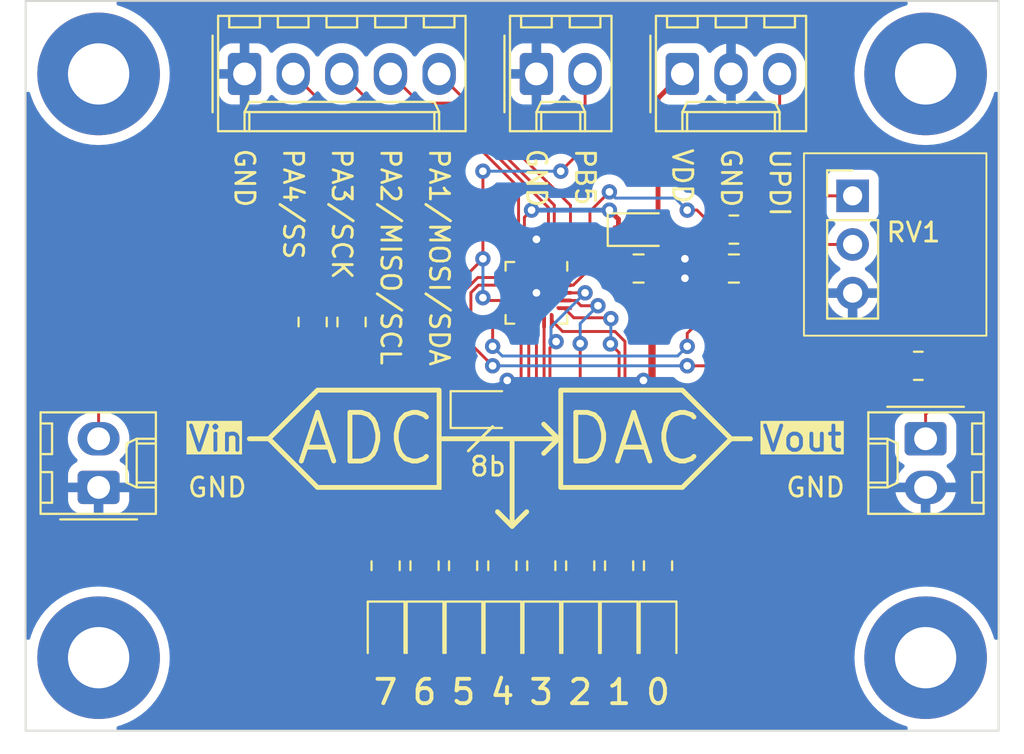
<source format=kicad_pcb>
(kicad_pcb (version 20221018) (generator pcbnew)
  (layers (0 "F.Cu" signal) (31 "B.Cu" signal) (34 "B.Paste" user) (35 "F.Paste" user) (36 "B.SilkS" user "B.Silkscreen") (37 "F.SilkS" user "F.Silkscreen") (38 "B.Mask" user) (39 "F.Mask" user) (44 "Edge.Cuts" user))
  (net 0 "")
  (net 1 "/PA7")
  (net 2 "/PB5")
  (net 3 "/PB4")
  (net 4 "/PB3")
  (net 5 "/PB2")
  (net 6 "/PB1")
  (net 7 "/PB0")
  (net 8 "/PC0")
  (net 9 "/PC1")
  (net 10 "/PC2")
  (net 11 "/PC3")
  (net 12 "+5V")
  (net 13 "GND")
  (net 14 "Net-(D10-A)")
  (net 15 "/~{RESET}")
  (net 16 "/PA4{slash}SS")
  (net 17 "/PA5{slash}AIN5")
  (net 18 "/PA6{slash}OUT")
  (net 19 "/PA1{slash}MOSI{slash}SDA")
  (net 20 "/PA2{slash}MISO{slash}SCL")
  (net 21 "/PA3{slash}SCK")
  (net 22 "/UPDI")
  (net 23 "Net-(D0-K)")
  (net 24 "Net-(D1-K)")
  (net 25 "Net-(D2-K)")
  (net 26 "Net-(D3-K)")
  (net 27 "Net-(D4-K)")
  (net 28 "Net-(D5-K)")
  (net 29 "Net-(D6-K)")
  (net 30 "Net-(D7-K)")
  (net 31 "Net-(J1-Pin_2)")
  (net 32 "Net-(J2-Pin_1)")
  (net 33 "Net-(D8-K)")
  (footprint "Connector_Molex:Molex_KK-254_AE-6410-02A_1x02_P2.54mm_Vertical" (layer "F.Cu") (at 92.71 63.5 90)
    (fp_text reference "J1" hide)
    (fp_text value "AIN" hide)
    (pad "1" thru_hole roundrect locked (at 0 0 90) (size 1.74 2.19) (drill 1.19) (layers "*.Cu" "*.Mask") (roundrect_rratio 0.1436781609) (net 13 "GND"))
    (pad "2" thru_hole oval locked (at 2.54 0 90) (size 1.74 2.19) (drill 1.19) (layers "*.Cu" "*.Mask") (net 31 "Net-(J1-Pin_2)"))
  )
  (footprint "Resistor_SMD:R_0805_2012Metric" (layer "F.Cu") (at 105.918 54.864 -90)
    (fp_text reference "R11" hide)
    (fp_text value "220")
    (pad "1" smd roundrect (at -0.9125 0 270) (size 1.025 1.4) (layers "F.Cu" "F.Paste" "F.Mask") (roundrect_rratio 0.243902439) (net 2 "/PB5"))
    (pad "2" smd roundrect (at 0.9125 0 270) (size 1.025 1.4) (layers "F.Cu" "F.Paste" "F.Mask") (roundrect_rratio 0.243902439) (net 33 "Net-(D8-K)"))
  )
  (footprint "MountingHole:MountingHole_3.2mm_M3_Pad" (layer "F.Cu") (at 135.89 72.39)
    (fp_text reference "H3" hide)
    (fp_text value "MountingHole")
    (pad "1" thru_hole circle locked (at 0 0) (size 6.4 6.4) (drill 3.2) (layers "*.Cu" "*.Mask"))
  )
  (footprint "Diode_SMD:D_0805_2012Metric" (layer "F.Cu") (at 112.776 59.436)
    (fp_text reference "D8" hide)
    (fp_text value "LED")
    (pad "1" smd roundrect (at -0.9375 0) (size 0.975 1.4) (layers "F.Cu" "F.Paste" "F.Mask") (net 33 "Net-(D8-K)"))
    (pad "2" smd roundrect (at 0.9375 0) (size 0.975 1.4) (layers "F.Cu" "F.Paste" "F.Mask") (net 12 "+5V"))
  )
  (footprint "Diode_SMD:D_0805_2012Metric" (layer "F.Cu") (at 113.819 71.146 -90)
    (fp_text reference "D4" hide)
    (fp_text value "LED")
    (pad "1" smd roundrect (at -0.9375 0 270) (size 0.975 1.4) (layers "F.Cu" "F.Paste" "F.Mask") (net 27 "Net-(D4-K)"))
    (pad "2" smd roundrect (at 0.9375 0 270) (size 0.975 1.4) (layers "F.Cu" "F.Paste" "F.Mask") (net 12 "+5V"))
  )
  (footprint "Connector_PinHeader_2.54mm:PinHeader_1x03_P2.54mm_Vertical" (layer "F.Cu") (at 132.08 48.275)
    (fp_text reference "RV1" (at 3.175 1.905) (layer "F.SilkS"))
    (fp_text value "FS")
    (pad "1" thru_hole rect (at 0 0) (size 1.7 1.7) (drill 1) (layers "*.Cu" "*.Mask") (net 12 "+5V"))
    (pad "2" thru_hole oval (at 0 2.54) (size 1.7 1.7) (drill 1) (layers "*.Cu" "*.Mask") (net 3 "/PB4"))
    (pad "3" thru_hole oval (at 0 5.08) (size 1.7 1.7) (drill 1) (layers "*.Cu" "*.Mask") (net 13 "GND"))
  )
  (footprint "Resistor_SMD:R_0805_2012Metric" (layer "F.Cu") (at 119.888 67.59 -90)
    (fp_text reference "R1" hide)
    (fp_text value "220")
    (pad "1" smd roundrect (at -0.9125 0 270) (size 1.025 1.4) (layers "F.Cu" "F.Paste" "F.Mask") (roundrect_rratio 0.243902439) (net 9 "/PC1"))
    (pad "2" smd roundrect (at 0.9125 0 270) (size 1.025 1.4) (layers "F.Cu" "F.Paste" "F.Mask") (roundrect_rratio 0.243902439) (net 24 "Net-(D1-K)"))
  )
  (footprint "Diode_SMD:D_0805_2012Metric" (layer "F.Cu") (at 111.787 71.146 -90)
    (fp_text reference "D5" hide)
    (fp_text value "LED")
    (pad "1" smd roundrect (at -0.9375 0 270) (size 0.975 1.4) (layers "F.Cu" "F.Paste" "F.Mask") (net 28 "Net-(D5-K)"))
    (pad "2" smd roundrect (at 0.9375 0 270) (size 0.975 1.4) (layers "F.Cu" "F.Paste" "F.Mask") (net 12 "+5V"))
  )
  (footprint "Connector_Molex:Molex_KK-254_AE-6410-02A_1x02_P2.54mm_Vertical" (layer "F.Cu") (at 115.57 41.91)
    (fp_text reference "J3")
    (fp_text value "PB5")
    (pad "1" thru_hole roundrect locked (at 0 0) (size 1.74 2.19) (drill 1.19) (layers "*.Cu" "*.Mask") (roundrect_rratio 0.1436781609) (net 13 "GND"))
    (pad "2" thru_hole oval locked (at 2.54 0) (size 1.74 2.19) (drill 1.19) (layers "*.Cu" "*.Mask") (net 2 "/PB5"))
  )
  (footprint "Resistor_SMD:R_0805_2012Metric" (layer "F.Cu") (at 115.824 67.59 -90)
    (fp_text reference "R3" hide)
    (fp_text value "220")
    (pad "1" smd roundrect (at -0.9125 0 270) (size 1.025 1.4) (layers "F.Cu" "F.Paste" "F.Mask") (roundrect_rratio 0.243902439) (net 11 "/PC3"))
    (pad "2" smd roundrect (at 0.9125 0 270) (size 1.025 1.4) (layers "F.Cu" "F.Paste" "F.Mask") (roundrect_rratio 0.243902439) (net 26 "Net-(D3-K)"))
  )
  (footprint "Resistor_SMD:R_0805_2012Metric" (layer "F.Cu") (at 121.92 67.59 -90)
    (fp_text reference "R0" hide)
    (fp_text value "220")
    (pad "1" smd roundrect (at -0.9125 0 270) (size 1.025 1.4) (layers "F.Cu" "F.Paste" "F.Mask") (roundrect_rratio 0.243902439) (net 8 "/PC0"))
    (pad "2" smd roundrect (at 0.9125 0 270) (size 1.025 1.4) (layers "F.Cu" "F.Paste" "F.Mask") (roundrect_rratio 0.243902439) (net 23 "Net-(D0-K)"))
  )
  (footprint "Connector_Molex:Molex_KK-254_AE-6410-02A_1x02_P2.54mm_Vertical" (layer "F.Cu") (at 135.89 60.96 -90)
    (fp_text reference "J2" hide)
    (fp_text value "AOUT" hide)
    (pad "1" thru_hole roundrect locked (at 0 0 270) (size 1.74 2.19) (drill 1.19) (layers "*.Cu" "*.Mask") (roundrect_rratio 0.1436781609) (net 32 "Net-(J2-Pin_1)"))
    (pad "2" thru_hole oval locked (at 2.54 0 270) (size 1.74 2.19) (drill 1.19) (layers "*.Cu" "*.Mask") (net 13 "GND"))
  )
  (footprint "Resistor_SMD:R_0805_2012Metric" (layer "F.Cu") (at 117.856 67.59 -90)
    (fp_text reference "R2" hide)
    (fp_text value "220")
    (pad "1" smd roundrect (at -0.9125 0 270) (size 1.025 1.4) (layers "F.Cu" "F.Paste" "F.Mask") (roundrect_rratio 0.243902439) (net 10 "/PC2"))
    (pad "2" smd roundrect (at 0.9125 0 270) (size 1.025 1.4) (layers "F.Cu" "F.Paste" "F.Mask") (roundrect_rratio 0.243902439) (net 25 "Net-(D2-K)"))
  )
  (footprint "Diode_SMD:D_0805_2012Metric" (layer "F.Cu") (at 117.883 71.146 -90)
    (fp_text reference "D2" hide)
    (fp_text value "LED")
    (pad "1" smd roundrect (at -0.9375 0 270) (size 0.975 1.4) (layers "F.Cu" "F.Paste" "F.Mask") (net 25 "Net-(D2-K)"))
    (pad "2" smd roundrect (at 0.9375 0 270) (size 0.975 1.4) (layers "F.Cu" "F.Paste" "F.Mask") (net 12 "+5V"))
  )
  (footprint "Resistor_SMD:R_0805_2012Metric" (layer "F.Cu") (at 107.696 67.59 -90)
    (fp_text reference "R7" hide)
    (fp_text value "220")
    (pad "1" smd roundrect (at -0.9125 0 270) (size 1.025 1.4) (layers "F.Cu" "F.Paste" "F.Mask") (roundrect_rratio 0.243902439) (net 4 "/PB3"))
    (pad "2" smd roundrect (at 0.9125 0 270) (size 1.025 1.4) (layers "F.Cu" "F.Paste" "F.Mask") (roundrect_rratio 0.243902439) (net 30 "Net-(D7-K)"))
  )
  (footprint "Resistor_SMD:R_0805_2012Metric" (layer "F.Cu") (at 125.8805 50.038)
    (fp_text reference "R8" hide)
    (fp_text value "220")
    (pad "1" smd roundrect (at -0.9125 0) (size 1.025 1.4) (layers "F.Cu" "F.Paste" "F.Mask") (roundrect_rratio 0.243902439) (net 15 "/~{RESET}"))
    (pad "2" smd roundrect (at 0.9125 0) (size 1.025 1.4) (layers "F.Cu" "F.Paste" "F.Mask") (roundrect_rratio 0.243902439) (net 22 "/UPDI"))
  )
  (footprint "Diode_SMD:D_0805_2012Metric" (layer "F.Cu") (at 119.888 71.146 -90)
    (fp_text reference "D1" hide)
    (fp_text value "LED")
    (pad "1" smd roundrect (at -0.9375 0 270) (size 0.975 1.4) (layers "F.Cu" "F.Paste" "F.Mask") (net 24 "Net-(D1-K)"))
    (pad "2" smd roundrect (at 0.9375 0 270) (size 0.975 1.4) (layers "F.Cu" "F.Paste" "F.Mask") (net 12 "+5V"))
  )
  (footprint "Package_DFN_QFN:VQFN-20-1EP_3x3mm_P0.4mm_EP1.7x1.7mm" (layer "F.Cu") (at 115.57 53.34 -90)
    (fp_text reference "U2" hide)
    (fp_text value "ATtiny1616-M")
    (pad "1" smd custom (at -1.45 -0.8 270) (size 0.143431 0.143431) (layers "F.Cu" "F.Paste" "F.Mask") (net 20 "/PA2{slash}MISO{slash}SCL") (options (clearance outline) (anchor circle)) (primitives (gr_poly (pts (xy 0.35 0.000711) (xy 0.35 0.05) (xy -0.35 0.05) (xy -0.35 -0.05) (xy 0.299289 -0.05)) (width 0.1) (fill yes))))
    (pad "2" smd roundrect (at -1.45 -0.4 270) (size 0.8 0.2) (layers "F.Cu" "F.Paste" "F.Mask") (net 21 "/PA3{slash}SCK"))
    (pad "3" smd roundrect (at -1.45 0 270) (size 0.8 0.2) (layers "F.Cu" "F.Paste" "F.Mask") (net 13 "GND"))
    (pad "4" smd roundrect (at -1.45 0.4 270) (size 0.8 0.2) (layers "F.Cu" "F.Paste" "F.Mask") (net 12 "+5V"))
    (pad "5" smd custom (at -1.45 0.8 270) (size 0.143431 0.143431) (layers "F.Cu" "F.Paste" "F.Mask") (net 16 "/PA4{slash}SS") (options (clearance outline) (anchor circle)) (primitives (gr_poly (pts (xy 0.35 -0.000711) (xy 0.299289 0.05) (xy -0.35 0.05) (xy -0.35 -0.05) (xy 0.35 -0.05)) (width 0.1) (fill yes))))
    (pad "6" smd custom (at -0.8 1.45 270) (size 0.143431 0.143431) (layers "F.Cu" "F.Paste" "F.Mask") (net 17 "/PA5{slash}AIN5") (options (clearance outline) (anchor circle)) (primitives (gr_poly (pts (xy 0.05 0.35) (xy -0.05 0.35) (xy -0.05 -0.299289) (xy 0.000711 -0.35) (xy 0.05 -0.35)) (width 0.1) (fill yes))))
    (pad "7" smd roundrect (at -0.4 1.45 270) (size 0.2 0.8) (layers "F.Cu" "F.Paste" "F.Mask") (net 18 "/PA6{slash}OUT"))
    (pad "8" smd roundrect (at 0 1.45 270) (size 0.2 0.8) (layers "F.Cu" "F.Paste" "F.Mask") (net 1 "/PA7"))
    (pad "9" smd roundrect (at 0.4 1.45 270) (size 0.2 0.8) (layers "F.Cu" "F.Paste" "F.Mask") (net 2 "/PB5"))
    (pad "10" smd custom (at 0.8 1.45 270) (size 0.143431 0.143431) (layers "F.Cu" "F.Paste" "F.Mask") (net 3 "/PB4") (options (clearance outline) (anchor circle)) (primitives (gr_poly (pts (xy 0.05 -0.299289) (xy 0.05 0.35) (xy -0.05 0.35) (xy -0.05 -0.35) (xy -0.000711 -0.35)) (width 0.1) (fill yes))))
    (pad "11" smd custom (at 1.45 0.8 270) (size 0.143431 0.143431) (layers "F.Cu" "F.Paste" "F.Mask") (net 4 "/PB3") (options (clearance outline) (anchor circle)) (primitives (gr_poly (pts (xy 0.35 0.05) (xy -0.299289 0.05) (xy -0.35 -0.000711) (xy -0.35 -0.05) (xy 0.35 -0.05)) (width 0.1) (fill yes))))
    (pad "12" smd roundrect (at 1.45 0.4 270) (size 0.8 0.2) (layers "F.Cu" "F.Paste" "F.Mask") (net 5 "/PB2"))
    (pad "13" smd roundrect (at 1.45 0 270) (size 0.8 0.2) (layers "F.Cu" "F.Paste" "F.Mask") (net 6 "/PB1"))
    (pad "14" smd roundrect (at 1.45 -0.4 270) (size 0.8 0.2) (layers "F.Cu" "F.Paste" "F.Mask") (net 7 "/PB0"))
    (pad "15" smd custom (at 1.45 -0.8 270) (size 0.143431 0.143431) (layers "F.Cu" "F.Paste" "F.Mask") (net 8 "/PC0") (options (clearance outline) (anchor circle)) (primitives (gr_poly (pts (xy 0.35 0.05) (xy -0.35 0.05) (xy -0.35 0.000711) (xy -0.299289 -0.05) (xy 0.35 -0.05)) (width 0.1) (fill yes))))
    (pad "16" smd custom (at 0.8 -1.45 270) (size 0.143431 0.143431) (layers "F.Cu" "F.Paste" "F.Mask") (net 9 "/PC1") (options (clearance outline) (anchor circle)) (primitives (gr_poly (pts (xy 0.05 0.299289) (xy -0.000711 0.35) (xy -0.05 0.35) (xy -0.05 -0.35) (xy 0.05 -0.35)) (width 0.1) (fill yes))))
    (pad "17" smd roundrect (at 0.4 -1.45 270) (size 0.2 0.8) (layers "F.Cu" "F.Paste" "F.Mask") (net 10 "/PC2"))
    (pad "18" smd roundrect (at 0 -1.45 270) (size 0.2 0.8) (layers "F.Cu" "F.Paste" "F.Mask") (net 11 "/PC3"))
    (pad "19" smd roundrect (at -0.4 -1.45 270) (size 0.2 0.8) (layers "F.Cu" "F.Paste" "F.Mask") (net 15 "/~{RESET}"))
    (pad "20" smd custom (at -0.8 -1.45 270) (size 0.143431 0.143431) (layers "F.Cu" "F.Paste" "F.Mask") (net 19 "/PA1{slash}MOSI{slash}SDA") (options (clearance outline) (anchor circle)) (primitives (gr_poly (pts (xy 0.05 0.35) (xy 0.000711 0.35) (xy -0.05 0.299289) (xy -0.05 -0.35) (xy 0.05 -0.35)) (width 0.1) (fill yes))))
    (pad "21" smd rect (at 0 0 270) (size 1.7 1.7) (layers "F.Cu" "F.Mask") (net 13 "GND"))
  )
  (footprint "MountingHole:MountingHole_3.2mm_M3_Pad" (layer "F.Cu") (at 135.89 41.91)
    (fp_text reference "H4" hide)
    (fp_text value "MountingHole")
    (pad "1" thru_hole circle locked (at 0 0) (size 6.4 6.4) (drill 3.2) (layers "*.Cu" "*.Mask"))
  )
  (footprint "Capacitor_SMD:C_0805_2012Metric" (layer "F.Cu") (at 125.8805 52.07 180)
    (fp_text reference "C1" hide)
    (fp_text value "1u")
    (pad "1" smd roundrect (at -0.95 0 180) (size 1 1.45) (layers "F.Cu" "F.Paste" "F.Mask") (net 3 "/PB4"))
    (pad "2" smd roundrect (at 0.95 0 180) (size 1 1.45) (layers "F.Cu" "F.Paste" "F.Mask") (net 13 "GND"))
  )
  (footprint "Diode_SMD:D_0805_2012Metric" (layer "F.Cu") (at 121.92 71.146 -90)
    (fp_text reference "D0" hide)
    (fp_text value "LED")
    (pad "1" smd roundrect (at -0.9375 0 270) (size 0.975 1.4) (layers "F.Cu" "F.Paste" "F.Mask") (net 23 "Net-(D0-K)"))
    (pad "2" smd roundrect (at 0.9375 0 270) (size 0.975 1.4) (layers "F.Cu" "F.Paste" "F.Mask") (net 12 "+5V"))
  )
  (footprint "Resistor_SMD:R_0805_2012Metric" (layer "F.Cu") (at 111.742 67.59 -90)
    (fp_text reference "R5" hide)
    (fp_text value "220")
    (pad "1" smd roundrect (at -0.9125 0 270) (size 1.025 1.4) (layers "F.Cu" "F.Paste" "F.Mask") (roundrect_rratio 0.243902439) (net 6 "/PB1"))
    (pad "2" smd roundrect (at 0.9125 0 270) (size 1.025 1.4) (layers "F.Cu" "F.Paste" "F.Mask") (roundrect_rratio 0.243902439) (net 28 "Net-(D5-K)"))
  )
  (footprint "MountingHole:MountingHole_3.2mm_M3_Pad" (layer "F.Cu") (at 92.71 41.91)
    (fp_text reference "H1" hide)
    (fp_text value "MountingHole")
    (pad "1" thru_hole circle locked (at 0 0) (size 6.4 6.4) (drill 3.2) (layers "*.Cu" "*.Mask"))
  )
  (footprint "Diode_SMD:D_0805_2012Metric" (layer "F.Cu") (at 109.755 71.146 -90)
    (fp_text reference "D6" hide)
    (fp_text value "LED")
    (pad "1" smd roundrect (at -0.9375 0 270) (size 0.975 1.4) (layers "F.Cu" "F.Paste" "F.Mask") (net 29 "Net-(D6-K)"))
    (pad "2" smd roundrect (at 0.9375 0 270) (size 0.975 1.4) (layers "F.Cu" "F.Paste" "F.Mask") (net 12 "+5V"))
  )
  (footprint "MountingHole:MountingHole_3.2mm_M3_Pad" (layer "F.Cu") (at 92.71 72.39)
    (fp_text reference "H2" hide)
    (fp_text value "MountingHole")
    (pad "1" thru_hole circle locked (at 0 0) (size 6.4 6.4) (drill 3.2) (layers "*.Cu" "*.Mask"))
  )
  (footprint "Capacitor_SMD:C_0805_2012Metric" (layer "F.Cu") (at 120.904 52.07)
    (fp_text reference "C5" hide)
    (fp_text value "1u")
    (pad "1" smd roundrect (at -0.95 0) (size 1 1.45) (layers "F.Cu" "F.Paste" "F.Mask") (net 12 "+5V"))
    (pad "2" smd roundrect (at 0.95 0) (size 1 1.45) (layers "F.Cu" "F.Paste" "F.Mask") (net 13 "GND"))
  )
  (footprint "Connector_Molex:Molex_KK-254_AE-6410-03A_1x03_P2.54mm_Vertical" (layer "F.Cu") (at 123.19 41.91)
    (fp_text reference "J5")
    (fp_text value "PWR")
    (pad "1" thru_hole roundrect locked (at 0 0) (size 1.74 2.19) (drill 1.19) (layers "*.Cu" "*.Mask") (roundrect_rratio 0.1436781609) (net 14 "Net-(D10-A)"))
    (pad "2" thru_hole oval locked (at 2.54 0) (size 1.74 2.19) (drill 1.19) (layers "*.Cu" "*.Mask") (net 13 "GND"))
    (pad "3" thru_hole oval locked (at 5.08 0) (size 1.74 2.19) (drill 1.19) (layers "*.Cu" "*.Mask") (net 22 "/UPDI"))
  )
  (footprint "Diode_SMD:D_0805_2012Metric" (layer "F.Cu") (at 115.851 71.146 -90)
    (fp_text reference "D3" hide)
    (fp_text value "LED")
    (pad "1" smd roundrect (at -0.9375 0 270) (size 0.975 1.4) (layers "F.Cu" "F.Paste" "F.Mask") (net 26 "Net-(D3-K)"))
    (pad "2" smd roundrect (at 0.9375 0 270) (size 0.975 1.4) (layers "F.Cu" "F.Paste" "F.Mask") (net 12 "+5V"))
  )
  (footprint "Diode_SMD:D_0805_2012Metric" (layer "F.Cu") (at 107.723 71.146 -90)
    (fp_text reference "D7" hide)
    (fp_text value "LED")
    (pad "1" smd roundrect (at -0.9375 0 270) (size 0.975 1.4) (layers "F.Cu" "F.Paste" "F.Mask") (net 30 "Net-(D7-K)"))
    (pad "2" smd roundrect (at 0.9375 0 270) (size 0.975 1.4) (layers "F.Cu" "F.Paste" "F.Mask") (net 12 "+5V"))
  )
  (footprint "Resistor_SMD:R_0805_2012Metric" (layer "F.Cu") (at 135.509 57.15)
    (fp_text reference "R10" hide)
    (fp_text value "220" hide)
    (pad "1" smd roundrect (at -0.9125 0) (size 1.025 1.4) (layers "F.Cu" "F.Paste" "F.Mask") (roundrect_rratio 0.243902439) (net 18 "/PA6{slash}OUT"))
    (pad "2" smd roundrect (at 0.9125 0) (size 1.025 1.4) (layers "F.Cu" "F.Paste" "F.Mask") (roundrect_rratio 0.243902439) (net 32 "Net-(J2-Pin_1)"))
  )
  (footprint "Resistor_SMD:R_0805_2012Metric" (layer "F.Cu") (at 113.792 67.59 -90)
    (fp_text reference "R4" hide)
    (fp_text value "220")
    (pad "1" smd roundrect (at -0.9125 0 270) (size 1.025 1.4) (layers "F.Cu" "F.Paste" "F.Mask") (roundrect_rratio 0.243902439) (net 7 "/PB0"))
    (pad "2" smd roundrect (at 0.9125 0 270) (size 1.025 1.4) (layers "F.Cu" "F.Paste" "F.Mask") (roundrect_rratio 0.243902439) (net 27 "Net-(D4-K)"))
  )
  (footprint "Diode_SMD:D_SOD-323" (layer "F.Cu") (at 120.904 50.038)
    (fp_text reference "D10" hide)
    (fp_text value "1N5819")
    (pad "1" smd roundrect (at -1.05 0) (size 0.6 0.45) (layers "F.Cu" "F.Paste" "F.Mask") (net 12 "+5V"))
    (pad "2" smd roundrect (at 1.05 0) (size 0.6 0.45) (layers "F.Cu" "F.Paste" "F.Mask") (net 14 "Net-(D10-A)"))
  )
  (footprint "Connector_Molex:Molex_KK-254_AE-6410-05A_1x05_P2.54mm_Vertical" (layer "F.Cu") (at 100.33 41.91)
    (fp_text reference "J4")
    (fp_text value "COMM")
    (pad "1" thru_hole roundrect locked (at 0 0) (size 1.74 2.19) (drill 1.19) (layers "*.Cu" "*.Mask") (roundrect_rratio 0.1436781609) (net 13 "GND"))
    (pad "2" thru_hole oval locked (at 2.54 0) (size 1.74 2.19) (drill 1.19) (layers "*.Cu" "*.Mask") (net 16 "/PA4{slash}SS"))
    (pad "3" thru_hole oval locked (at 5.08 0) (size 1.74 2.19) (drill 1.19) (layers "*.Cu" "*.Mask") (net 21 "/PA3{slash}SCK"))
    (pad "4" thru_hole oval locked (at 7.62 0) (size 1.74 2.19) (drill 1.19) (layers "*.Cu" "*.Mask") (net 20 "/PA2{slash}MISO{slash}SCL"))
    (pad "5" thru_hole oval locked (at 10.16 0) (size 1.74 2.19) (drill 1.19) (layers "*.Cu" "*.Mask") (net 19 "/PA1{slash}MOSI{slash}SDA"))
  )
  (footprint "Resistor_SMD:R_0805_2012Metric" (layer "F.Cu") (at 109.728 67.59 -90)
    (fp_text reference "R6" hide)
    (fp_text value "220")
    (pad "1" smd roundrect (at -0.9125 0 270) (size 1.025 1.4) (layers "F.Cu" "F.Paste" "F.Mask") (roundrect_rratio 0.243902439) (net 5 "/PB2"))
    (pad "2" smd roundrect (at 0.9125 0 270) (size 1.025 1.4) (layers "F.Cu" "F.Paste" "F.Mask") (roundrect_rratio 0.243902439) (net 29 "Net-(D6-K)"))
  )
  (footprint "Resistor_SMD:R_0805_2012Metric" (layer "F.Cu") (at 103.886 54.864 90)
    (fp_text reference "R9" hide)
    (fp_text value "220" hide)
    (pad "1" smd roundrect (at -0.9125 0 90) (size 1.025 1.4) (layers "F.Cu" "F.Paste" "F.Mask") (roundrect_rratio 0.243902439) (net 31 "Net-(J1-Pin_2)"))
    (pad "2" smd roundrect (at 0.9125 0 90) (size 1.025 1.4) (layers "F.Cu" "F.Paste" "F.Mask") (roundrect_rratio 0.243902439) (net 17 "/PA5{slash}AIN5"))
  )
  (gr_line (start 116.713 60.96) (end 115.951 61.722) (stroke (width 0.254)) (layer "F.SilkS"))
  (gr_rect (start 129.54 46.0525) (end 139.065 55.5775) (stroke (width 0.1)) (fill none) (layer "F.SilkS"))
  (gr_line (start 110.49 60.96) (end 116.84 60.96) (stroke (width 0.254)) (layer "F.SilkS"))
  (gr_poly (pts (xy 101.6 60.96) (xy 104.14 58.42) (xy 110.49 58.42) (xy 110.49 63.5) (xy 104.14 63.5)) (stroke (width 0.254)) (fill none) (layer "F.SilkS"))
  (gr_poly (pts (xy 125.73 60.96) (xy 123.19 58.42) (xy 116.84 58.42) (xy 116.84 63.5) (xy 123.19 63.5)) (stroke (width 0.254)) (fill none) (layer "F.SilkS"))
  (gr_line (start 114.3 65.532) (end 115.062 64.77) (stroke (width 0.254)) (layer "F.SilkS"))
  (gr_line (start 126.746 60.96) (end 125.73 60.96) (stroke (width 0.254)) (layer "F.SilkS"))
  (gr_line (start 101.6 60.96) (end 100.584 60.96) (stroke (width 0.254)) (layer "F.SilkS"))
  (gr_line (start 112.014 61.595) (end 113.284 60.325) (stroke (width 0.15)) (layer "F.SilkS"))
  (gr_line (start 114.3 65.532) (end 113.538 64.77) (stroke (width 0.254)) (layer "F.SilkS"))
  (gr_line (start 116.713 60.96) (end 115.951 60.198) (stroke (width 0.254)) (layer "F.SilkS"))
  (gr_line (start 114.3 60.96) (end 114.3 65.532) (stroke (width 0.254)) (layer "F.SilkS"))
  (gr_rect (start 88.9 38.1) (end 139.7 76.2) (stroke (width 0.1)) (fill none) (layer "Edge.Cuts"))
  (gr_text "GND" (at 97.282 63.5) (layer "F.SilkS") (effects (font (size 1 1)) (justify left)))
  (gr_text "2" (at 117.856 74.93) (layer "F.SilkS") (effects (font (size 1.27 1.27) (thickness 0.2032)) (justify bottom)))
  (gr_text "Vin" (at 97.282 60.96) (layer "F.SilkS" knockout) (effects (font (size 1.27 1.27) (thickness 0.2032)) (justify left)))
  (gr_text "7" (at 107.696 74.93) (layer "F.SilkS") (effects (font (size 1.27 1.27) (thickness 0.2032)) (justify bottom)))
  (gr_text "5" (at 111.76 74.93) (layer "F.SilkS") (effects (font (size 1.27 1.27) (thickness 0.2032)) (justify bottom)))
  (gr_text "0" (at 121.92 74.93) (layer "F.SilkS") (effects (font (size 1.27 1.27) (thickness 0.2032)) (justify bottom)))
  (gr_text "Vout" (at 127.254 60.96) (layer "F.SilkS" knockout) (effects (font (size 1.27 1.27) (thickness 0.2032)) (justify left)))
  (gr_text "PA3/SCK" (at 105.41 45.72 270) (layer "F.SilkS") (effects (font (size 1 1)) (justify left)))
  (gr_text "4" (at 113.792 74.93) (layer "F.SilkS") (effects (font (size 1.27 1.27) (thickness 0.2032)) (justify bottom)))
  (gr_text "3" (at 115.824 74.93) (layer "F.SilkS") (effects (font (size 1.27 1.27) (thickness 0.2032)) (justify bottom)))
  (gr_text "UPDI" (at 128.27 45.72 -90) (layer "F.SilkS") (effects (font (size 1 1)) (justify left)))
  (gr_text "6" (at 109.728 74.93) (layer "F.SilkS") (effects (font (size 1.27 1.27) (thickness 0.2032)) (justify bottom)))
  (gr_text "PB5" (at 118.11 45.72 270) (layer "F.SilkS") (effects (font (size 1 1)) (justify left)))
  (gr_text "DAC" (at 120.65 60.96) (layer "F.SilkS") (effects (font (size 2.54 2.54) (thickness 0.254))))
  (gr_text "ADC" (at 106.68 60.96) (layer "F.SilkS") (effects (font (size 2.54 2.54) (thickness 0.254))))
  (gr_text "GND" (at 128.524 63.5) (layer "F.SilkS") (effects (font (size 1 1)) (justify left)))
  (gr_text "PA4/SS" (at 102.87 45.72 270) (layer "F.SilkS") (effects (font (size 1 1)) (justify left)))
  (gr_text "PA2/MISO/SCL" (at 107.95 45.72 270) (layer "F.SilkS") (effects (font (size 1 1)) (justify left)))
  (gr_text "1" (at 119.888 74.93) (layer "F.SilkS") (effects (font (size 1.27 1.27) (thickness 0.2032)) (justify bottom)))
  (gr_text "GND" (at 125.73 45.72 270) (layer "F.SilkS") (effects (font (size 1 1)) (justify left)))
  (gr_text "PA1/MOSI/SDA" (at 110.49 45.72 270) (layer "F.SilkS") (effects (font (size 1 1)) (justify left)))
  (gr_text "VDD" (at 123.19 45.72 270) (layer "F.SilkS") (effects (font (size 1 1)) (justify left)))
  (gr_text "GND" (at 100.33 45.72 270) (layer "F.SilkS") (effects (font (size 1 1)) (justify left)))
  (gr_text "GND" (at 115.57 45.72 270) (layer "F.SilkS") (effects (font (size 1 1)) (justify left)))
  (gr_text "8b" (at 112.014 62.992) (layer "F.SilkS") (effects (font (size 1 1)) (justify left bottom)))
  (segment (start 118.11 45.72) (end 116.84 46.99) (width 0.1524) (layer "F.Cu") (net 2))
  (segment (start 118.11 41.91) (end 118.11 45.72) (width 0.1524) (layer "F.Cu") (net 2))
  (segment (start 110.3865 53.9515) (end 112.776 51.562) (width 0.1524) (layer "F.Cu") (net 2))
  (segment (start 114.12 53.74) (end 112.922 53.74) (width 0.1524) (layer "F.Cu") (net 2))
  (segment (start 112.776 46.99) (end 112.776 51.562) (width 0.1524) (layer "F.Cu") (net 2))
  (segment (start 112.922 53.74) (end 112.776 53.594) (width 0.1524) (layer "F.Cu") (net 2))
  (segment (start 105.918 53.9515) (end 110.3865 53.9515) (width 0.1524) (layer "F.Cu") (net 2))
  (via (at 112.776 46.99) (size 0.8) (drill 0.4) (layers "F.Cu" "B.Cu") (net 2))
  (via (at 112.776 53.594) (size 0.8) (drill 0.4) (layers "F.Cu" "B.Cu") (net 2))
  (via (at 116.84 46.99) (size 0.8) (drill 0.4) (layers "F.Cu" "B.Cu") (net 2))
  (via (at 112.776 51.562) (size 0.8) (drill 0.4) (layers "F.Cu" "B.Cu") (net 2))
  (segment (start 116.84 46.99) (end 116.459025 46.99) (width 0.1524) (layer "B.Cu") (net 2))
  (segment (start 112.776 51.562) (end 112.776 53.594) (width 0.1524) (layer "B.Cu") (net 2))
  (segment (start 116.459025 46.99) (end 112.776 46.99) (width 0.1524) (layer "B.Cu") (net 2))
  (segment (start 123.444 56.134) (end 123.444 55.4565) (width 0.1524) (layer "F.Cu") (net 3))
  (segment (start 114.12 54.14) (end 113.284 54.976) (width 0.1524) (layer "F.Cu") (net 3))
  (segment (start 123.444 55.4565) (end 126.8305 52.07) (width 0.1524) (layer "F.Cu") (net 3))
  (segment (start 126.8305 52.07) (end 128.0855 50.815) (width 0.1524) (layer "F.Cu") (net 3))
  (segment (start 128.0855 50.815) (end 132.08 50.815) (width 0.1524) (layer "F.Cu") (net 3))
  (segment (start 113.284 54.976) (end 113.284 56.134) (width 0.1524) (layer "F.Cu") (net 3))
  (via (at 113.284 56.134) (size 0.8) (drill 0.4) (layers "F.Cu" "B.Cu") (net 3))
  (via (at 123.444 56.134) (size 0.8) (drill 0.4) (layers "F.Cu" "B.Cu") (net 3))
  (segment (start 113.284 56.134) (end 113.787322 56.637322) (width 0.1524) (layer "B.Cu") (net 3))
  (segment (start 122.940678 56.637322) (end 123.444 56.134) (width 0.1524) (layer "B.Cu") (net 3))
  (segment (start 113.787322 56.637322) (end 122.940678 56.637322) (width 0.1524) (layer "B.Cu") (net 3))
  (segment (start 114.77 64.3) (end 113.790376 65.279624) (width 0.1524) (layer "F.Cu") (net 4))
  (segment (start 109.093876 65.279624) (end 107.696 66.6775) (width 0.1524) (layer "F.Cu") (net 4))
  (segment (start 114.77 54.79) (end 114.77 64.3) (width 0.1524) (layer "F.Cu") (net 4))
  (segment (start 113.790376 65.279624) (end 109.093876 65.279624) (width 0.1524) (layer "F.Cu") (net 4))
  (segment (start 110.821076 65.584424) (end 109.728 66.6775) (width 0.1524) (layer "F.Cu") (net 5))
  (segment (start 115.17 54.79) (end 115.17 64.408) (width 0.1524) (layer "F.Cu") (net 5))
  (segment (start 113.993576 65.584424) (end 110.821076 65.584424) (width 0.1524) (layer "F.Cu") (net 5))
  (segment (start 115.17 64.408) (end 113.993576 65.584424) (width 0.1524) (layer "F.Cu") (net 5))
  (segment (start 112.530276 65.889224) (end 111.742 66.6775) (width 0.1524) (layer "F.Cu") (net 6))
  (segment (start 114.149224 65.889224) (end 112.530276 65.889224) (width 0.1524) (layer "F.Cu") (net 6))
  (segment (start 115.57 64.468448) (end 114.149224 65.889224) (width 0.1524) (layer "F.Cu") (net 6))
  (segment (start 115.57 54.79) (end 115.57 64.468448) (width 0.1524) (layer "F.Cu") (net 6))
  (segment (start 115.97 54.79) (end 115.97 64.4995) (width 0.1524) (layer "F.Cu") (net 7))
  (segment (start 115.97 64.4995) (end 113.792 66.6775) (width 0.1524) (layer "F.Cu") (net 7))
  (segment (start 116.37 54.79) (end 116.93929 55.35929) (width 0.1524) (layer "F.Cu") (net 8))
  (segment (start 120.1928 55.879214) (end 120.1928 64.9503) (width 0.1524) (layer "F.Cu") (net 8))
  (segment (start 116.93929 55.35929) (end 119.672876 55.35929) (width 0.1524) (layer "F.Cu") (net 8))
  (segment (start 120.1928 64.9503) (end 121.92 66.6775) (width 0.1524) (layer "F.Cu") (net 8))
  (segment (start 119.672876 55.35929) (end 120.1928 55.879214) (width 0.1524) (layer "F.Cu") (net 8))
  (segment (start 119.888 66.6775) (end 119.888 56.463389) (width 0.1524) (layer "F.Cu") (net 9))
  (segment (start 119.888 56.463389) (end 119.433333 56.008722) (width 0.1524) (layer "F.Cu") (net 9))
  (segment (start 119.411697 54.641697) (end 119.456194 54.686194) (width 0.1524) (layer "F.Cu") (net 9))
  (segment (start 117.02 54.14) (end 117.521697 54.641697) (width 0.1524) (layer "F.Cu") (net 9))
  (segment (start 117.521697 54.641697) (end 119.411697 54.641697) (width 0.1524) (layer "F.Cu") (net 9))
  (via (at 119.456194 54.686194) (size 0.8) (drill 0.4) (layers "F.Cu" "B.Cu") (net 9))
  (via (at 119.433333 56.008722) (size 0.8) (drill 0.4) (layers "F.Cu" "B.Cu") (net 9))
  (segment (start 119.433333 56.008722) (end 119.456194 55.985861) (width 0.1524) (layer "B.Cu") (net 9))
  (segment (start 119.456194 55.985861) (end 119.456194 54.686194) (width 0.1524) (layer "B.Cu") (net 9))
  (segment (start 117.856 66.6775) (end 117.856 55.98739) (width 0.1524) (layer "F.Cu") (net 10))
  (segment (start 117.621025 53.74) (end 117.894122 54.013097) (width 0.1524) (layer "F.Cu") (net 10))
  (segment (start 117.02 53.74) (end 117.621025 53.74) (width 0.1524) (layer "F.Cu") (net 10))
  (segment (start 117.894122 54.013097) (end 118.783097 54.013097) (width 0.1524) (layer "F.Cu") (net 10))
  (via (at 118.783097 54.013097) (size 0.8) (drill 0.4) (layers "F.Cu" "B.Cu") (net 10))
  (via (at 117.856 55.98739) (size 0.8) (drill 0.4) (layers "F.Cu" "B.Cu") (net 10))
  (segment (start 117.856 55.98739) (end 117.856 54.940194) (width 0.1524) (layer "B.Cu") (net 10))
  (segment (start 117.856 54.940194) (end 118.783097 54.013097) (width 0.1524) (layer "B.Cu") (net 10))
  (segment (start 116.5981 55.886641) (end 116.2748 56.209941) (width 0.1524) (layer "F.Cu") (net 11))
  (segment (start 117.02 53.34) (end 118.11 53.34) (width 0.1524) (layer "F.Cu") (net 11))
  (segment (start 115.824 65.076552) (end 115.824 66.6775) (width 0.1524) (layer "F.Cu") (net 11))
  (segment (start 116.2748 64.625752) (end 115.824 65.076552) (width 0.1524) (layer "F.Cu") (net 11))
  (segment (start 116.2748 56.209941) (end 116.2748 64.625752) (width 0.1524) (layer "F.Cu") (net 11))
  (via (at 118.11 53.34) (size 0.8) (drill 0.4) (layers "F.Cu" "B.Cu") (net 11))
  (via (at 116.5981 55.886641) (size 0.8) (drill 0.4) (layers "F.Cu" "B.Cu") (net 11))
  (segment (start 116.332 55.620541) (end 116.332 55.118) (width 0.1524) (layer "B.Cu") (net 11))
  (segment (start 116.5981 55.886641) (end 116.332 55.620541) (width 0.1524) (layer "B.Cu") (net 11))
  (segment (start 116.332 55.118) (end 118.11 53.34) (width 0.1524) (layer "B.Cu") (net 11))
  (segment (start 119.854 50.038) (end 119.854 51.97) (width 0.254) (layer "F.Cu") (net 12))
  (segment (start 121.0906 50.9334) (end 119.954 52.07) (width 0.1524) (layer "F.Cu") (net 12))
  (segment (start 113.7135 59.436) (end 113.7135 58.2445) (width 0.1524) (layer "F.Cu") (net 12))
  (segment (start 123.8314 50.9334) (end 121.0906 50.9334) (width 0.1524) (layer "F.Cu") (net 12))
  (segment (start 119.854 51.97) (end 119.954 52.07) (width 0.1524) (layer "F.Cu") (net 12))
  (segment (start 119.854 50.038) (end 119.854 49.496) (width 0.254) (layer "F.Cu") (net 12))
  (segment (start 115.316 49.022) (end 114.9419 49.3961) (width 0.1524) (layer "F.Cu") (net 12))
  (segment (start 119.854 49.496) (end 119.38 49.022) (width 0.254) (layer "F.Cu") (net 12))
  (segment (start 123.952 51.054) (end 123.8314 50.9334) (width 0.1524) (layer "F.Cu") (net 12))
  (segment (start 121.604902 64.811415) (end 122.9629 66.169413) (width 0.381) (layer "F.Cu") (net 12))
  (segment (start 119.954 52.07) (end 121.604902 53.720902) (width 0.381) (layer "F.Cu") (net 12))
  (segment (start 122.9629 66.169413) (end 122.9629 71.0406) (width 0.381) (layer "F.Cu") (net 12))
  (segment (start 115.17 51.288268) (end 115.17 51.89) (width 0.1524) (layer "F.Cu") (net 12))
  (segment (start 121.92 72.0835) (end 107.723 72.0835) (width 0.381) (layer "F.Cu") (net 12))
  (segment (start 114.9419 51.060168) (end 115.17 51.288268) (width 0.1524) (layer "F.Cu") (net 12))
  (segment (start 132.08 48.275) (end 129.945343 48.275) (width 0.1524) (layer "F.Cu") (net 12))
  (segment (start 129.945343 48.275) (end 127.166343 51.054) (width 0.1524) (layer "F.Cu") (net 12))
  (segment (start 121.604902 53.720902) (end 121.604902 57.912) (width 0.381) (layer "F.Cu") (net 12))
  (segment (start 114.9419 49.3961) (end 114.9419 51.060168) (width 0.1524) (layer "F.Cu") (net 12))
  (segment (start 121.604902 57.912) (end 121.604902 64.811415) (width 0.381) (layer "F.Cu") (net 12))
  (segment (start 127.166343 51.054) (end 123.952 51.054) (width 0.1524) (layer "F.Cu") (net 12))
  (segment (start 113.7135 58.2445) (end 114.046 57.912) (width 0.1524) (layer "F.Cu") (net 12))
  (segment (start 121.158 57.912) (end 121.604902 57.912) (width 0.1524) (layer "F.Cu") (net 12))
  (segment (start 122.9629 71.0406) (end 121.92 72.0835) (width 0.381) (layer "F.Cu") (net 12))
  (via (at 119.38 49.022) (size 0.8) (drill 0.4) (layers "F.Cu" "B.Cu") (net 12))
  (via (at 115.316 49.022) (size 0.8) (drill 0.4) (layers "F.Cu" "B.Cu") (net 12))
  (via (at 121.158 57.912) (size 0.8) (drill 0.4) (layers "F.Cu" "B.Cu") (net 12))
  (via (at 114.046 57.912) (size 0.8) (drill 0.4) (layers "F.Cu" "B.Cu") (net 12))
  (segment (start 114.046 57.912) (end 121.158 57.912) (width 0.1524) (layer "B.Cu") (net 12))
  (segment (start 119.38 49.022) (end 115.316 49.022) (width 0.254) (layer "B.Cu") (net 12))
  (segment (start 124.4225 51.562) (end 123.3239 51.562) (width 0.1524) (layer "F.Cu") (net 13))
  (segment (start 124.9305 52.07) (end 124.4225 51.562) (width 0.1524) (layer "F.Cu") (net 13))
  (segment (start 122.936 52.07) (end 123.3239 52.4579) (width 0.1524) (layer "F.Cu") (net 13))
  (segment (start 122.936 52.07) (end 123.3239 51.6821) (width 0.1524) (layer "F.Cu") (net 13))
  (segment (start 115.57 51.89) (end 115.57 50.546) (width 0.1524) (layer "F.Cu") (net 13))
  (segment (start 123.3239 51.6821) (end 123.3239 51.562) (width 0.1524) (layer "F.Cu") (net 13))
  (segment (start 123.3239 52.4579) (end 123.3239 52.578) (width 0.1524) (layer "F.Cu") (net 13))
  (segment (start 122.936 52.07) (end 121.854 52.07) (width 0.1524) (layer "F.Cu") (net 13))
  (segment (start 115.57 51.89) (end 115.57 53.34) (width 0.1524) (layer "F.Cu") (net 13))
  (via (at 123.3239 51.562) (size 0.8) (drill 0.4) (layers "F.Cu" "B.Cu") (net 13))
  (via (at 115.57 53.34) (size 0.8) (drill 0.4) (layers "F.Cu" "B.Cu") (net 13))
  (via (at 123.3239 52.578) (size 0.8) (drill 0.4) (layers "F.Cu" "B.Cu") (net 13))
  (via (at 115.57 50.546) (size 0.8) (drill 0.4) (layers "F.Cu" "B.Cu") (net 13))
  (segment (start 123.19 41.91) (end 121.92 43.18) (width 0.254) (layer "F.Cu") (net 14))
  (segment (start 121.92 43.18) (end 121.92 50.038) (width 0.254) (layer "F.Cu") (net 14))
  (segment (start 117.494 52.94) (end 117.02 52.94) (width 0.1524) (layer "F.Cu") (net 15))
  (segment (start 118.364 49.086097) (end 118.364 52.07) (width 0.1524) (layer "F.Cu") (net 15))
  (segment (start 124.968 50.038) (end 123.952 49.022) (width 0.1524) (layer "F.Cu") (net 15))
  (segment (start 119.38 48.070097) (end 118.364 49.086097) (width 0.1524) (layer "F.Cu") (net 15))
  (segment (start 118.364 52.07) (end 117.494 52.94) (width 0.1524) (layer "F.Cu") (net 15))
  (segment (start 123.952 49.022) (end 123.444 49.022) (width 0.1524) (layer "F.Cu") (net 15))
  (via (at 123.444 49.022) (size 0.8) (drill 0.4) (layers "F.Cu" "B.Cu") (net 15))
  (via (at 119.38 48.070097) (size 0.8) (drill 0.4) (layers "F.Cu" "B.Cu") (net 15))
  (segment (start 119.38 48.070097) (end 119.703303 48.3934) (width 0.1524) (layer "B.Cu") (net 15))
  (segment (start 122.8154 48.3934) (end 123.444 49.022) (width 0.1524) (layer "B.Cu") (net 15))
  (segment (start 119.703303 48.3934) (end 122.8154 48.3934) (width 0.1524) (layer "B.Cu") (net 15))
  (segment (start 114.637599 47.835599) (end 111.252 44.45) (width 0.1524) (layer "F.Cu") (net 16))
  (segment (start 114.637599 51.757599) (end 114.637599 47.835599) (width 0.1524) (layer "F.Cu") (net 16))
  (segment (start 111.252 44.45) (end 105.41 44.45) (width 0.1524) (layer "F.Cu") (net 16))
  (segment (start 105.41 44.45) (end 102.87 41.91) (width 0.1524) (layer "F.Cu") (net 16))
  (segment (start 114.77 51.89) (end 114.637599 51.757599) (width 0.1524) (layer "F.Cu") (net 16))
  (segment (start 112.51068 52.54) (end 110.18668 54.864) (width 0.1524) (layer "F.Cu") (net 17))
  (segment (start 114.12 52.54) (end 112.51068 52.54) (width 0.1524) (layer "F.Cu") (net 17))
  (segment (start 105.441157 54.864) (end 104.528657 53.9515) (width 0.1524) (layer "F.Cu") (net 17))
  (segment (start 110.18668 54.864) (end 105.441157 54.864) (width 0.1524) (layer "F.Cu") (net 17))
  (segment (start 104.528657 53.9515) (end 103.886 53.9515) (width 0.1524) (layer "F.Cu") (net 17))
  (segment (start 113.284 57.15) (end 112.1479 56.0139) (width 0.1524) (layer "F.Cu") (net 18))
  (segment (start 112.1479 53.333832) (end 112.541732 52.94) (width 0.1524) (layer "F.Cu") (net 18))
  (segment (start 112.541732 52.94) (end 114.12 52.94) (width 0.1524) (layer "F.Cu") (net 18))
  (segment (start 134.5965 57.15) (end 123.444 57.15) (width 0.1524) (layer "F.Cu") (net 18))
  (segment (start 112.1479 56.0139) (end 112.1479 53.333832) (width 0.1524) (layer "F.Cu") (net 18))
  (via (at 113.284 57.15) (size 0.8) (drill 0.4) (layers "F.Cu" "B.Cu") (net 18))
  (via (at 123.444 57.15) (size 0.8) (drill 0.4) (layers "F.Cu" "B.Cu") (net 18))
  (segment (start 123.444 57.15) (end 113.284 57.15) (width 0.1524) (layer "B.Cu") (net 18))
  (segment (start 117.02 52.54) (end 117.3485 52.2115) (width 0.1524) (layer "F.Cu") (net 19))
  (segment (start 117.3485 48.7685) (end 110.49 41.91) (width 0.1524) (layer "F.Cu") (net 19))
  (segment (start 117.3485 52.2115) (end 117.3485 48.7685) (width 0.1524) (layer "F.Cu") (net 19))
  (segment (start 116.502401 51.757599) (end 116.502401 48.761349) (width 0.1524) (layer "F.Cu") (net 20))
  (segment (start 116.502401 48.761349) (end 111.175052 43.434) (width 0.1524) (layer "F.Cu") (net 20))
  (segment (start 116.37 51.89) (end 116.502401 51.757599) (width 0.1524) (layer "F.Cu") (net 20))
  (segment (start 111.175052 43.434) (end 109.474 43.434) (width 0.1524) (layer "F.Cu") (net 20))
  (segment (start 109.474 43.434) (end 107.95 41.91) (width 0.1524) (layer "F.Cu") (net 20))
  (segment (start 111.252 43.942) (end 107.442 43.942) (width 0.1524) (layer "F.Cu") (net 21))
  (segment (start 115.97 51.89) (end 115.97 51.288268) (width 0.1524) (layer "F.Cu") (net 21))
  (segment (start 115.97 51.288268) (end 116.1981 51.060168) (width 0.1524) (layer "F.Cu") (net 21))
  (segment (start 116.1981 51.060168) (end 116.1981 48.8881) (width 0.1524) (layer "F.Cu") (net 21))
  (segment (start 107.442 43.942) (end 105.41 41.91) (width 0.1524) (layer "F.Cu") (net 21))
  (segment (start 116.1981 48.8881) (end 111.252 43.942) (width 0.1524) (layer "F.Cu") (net 21))
  (segment (start 126.793 50.038) (end 128.27 48.561) (width 0.1524) (layer "F.Cu") (net 22))
  (segment (start 128.27 48.561) (end 128.27 41.91) (width 0.1524) (layer "F.Cu") (net 22))
  (segment (start 121.92 70.103) (end 121.947 70.13) (width 0.1524) (layer "F.Cu") (net 23))
  (segment (start 121.92 68.5025) (end 121.92 70.103) (width 0.1524) (layer "F.Cu") (net 23))
  (segment (start 119.888 70.103) (end 119.915 70.13) (width 0.1524) (layer "F.Cu") (net 24))
  (segment (start 119.888 68.5025) (end 119.888 70.103) (width 0.1524) (layer "F.Cu") (net 24))
  (segment (start 117.856 68.5025) (end 117.856 70.1815) (width 0.1524) (layer "F.Cu") (net 25))
  (segment (start 117.856 70.1815) (end 117.883 70.2085) (width 0.1524) (layer "F.Cu") (net 25))
  (segment (start 115.824 70.1815) (end 115.851 70.2085) (width 0.1524) (layer "F.Cu") (net 26))
  (segment (start 115.824 68.5025) (end 115.824 70.1815) (width 0.1524) (layer "F.Cu") (net 26))
  (segment (start 113.792 70.1815) (end 113.819 70.2085) (width 0.1524) (layer "F.Cu") (net 27))
  (segment (start 113.792 68.5025) (end 113.792 70.1815) (width 0.1524) (layer "F.Cu") (net 27))
  (segment (start 111.742 68.5025) (end 111.742 70.1635) (width 0.1524) (layer "F.Cu") (net 28))
  (segment (start 111.742 70.1635) (end 111.787 70.2085) (width 0.1524) (layer "F.Cu") (net 28))
  (segment (start 109.728 68.5025) (end 109.728 70.1815) (width 0.1524) (layer "F.Cu") (net 29))
  (segment (start 109.728 70.1815) (end 109.755 70.2085) (width 0.1524) (layer "F.Cu") (net 29))
  (segment (start 107.696 68.5025) (end 107.696 70.1815) (width 0.1524) (layer "F.Cu") (net 30))
  (segment (start 107.696 70.1815) (end 107.723 70.2085) (width 0.1524) (layer "F.Cu") (net 30))
  (segment (start 92.71 60.96) (end 92.71 58.928) (width 0.1524) (layer "F.Cu") (net 31))
  (segment (start 95.504 56.134) (end 103.5285 56.134) (width 0.1524) (layer "F.Cu") (net 31))
  (segment (start 103.5285 56.134) (end 103.886 55.7765) (width 0.1524) (layer "F.Cu") (net 31))
  (segment (start 92.71 58.928) (end 95.504 56.134) (width 0.1524) (layer "F.Cu") (net 31))
  (segment (start 135.89 60.96) (end 135.89 59.69) (width 0.1524) (layer "F.Cu") (net 32))
  (segment (start 135.89 59.69) (end 136.4215 59.1585) (width 0.1524) (layer "F.Cu") (net 32))
  (segment (start 136.4215 57.15) (end 136.4215 59.1585) (width 0.1524) (layer "F.Cu") (net 32))
  (segment (start 111.8385 59.436) (end 108.179 55.7765) (width 0.1524) (layer "F.Cu") (net 33))
  (segment (start 108.179 55.7765) (end 105.918 55.7765) (width 0.1524) (layer "F.Cu") (net 33))
  (zone (net 13) (net_name "GND") (layer "B.Cu") (connect_pads (clearance 0.508)) (min_thickness 0.25) (fill yes (thermal_gap 0.5) (thermal_bridge_width 0.5))
    (polygon (pts (xy 88.9 76.2) (xy 88.9 38.1) (xy 139.7 38.1) (xy 139.7 76.2)))
  )
)
</source>
